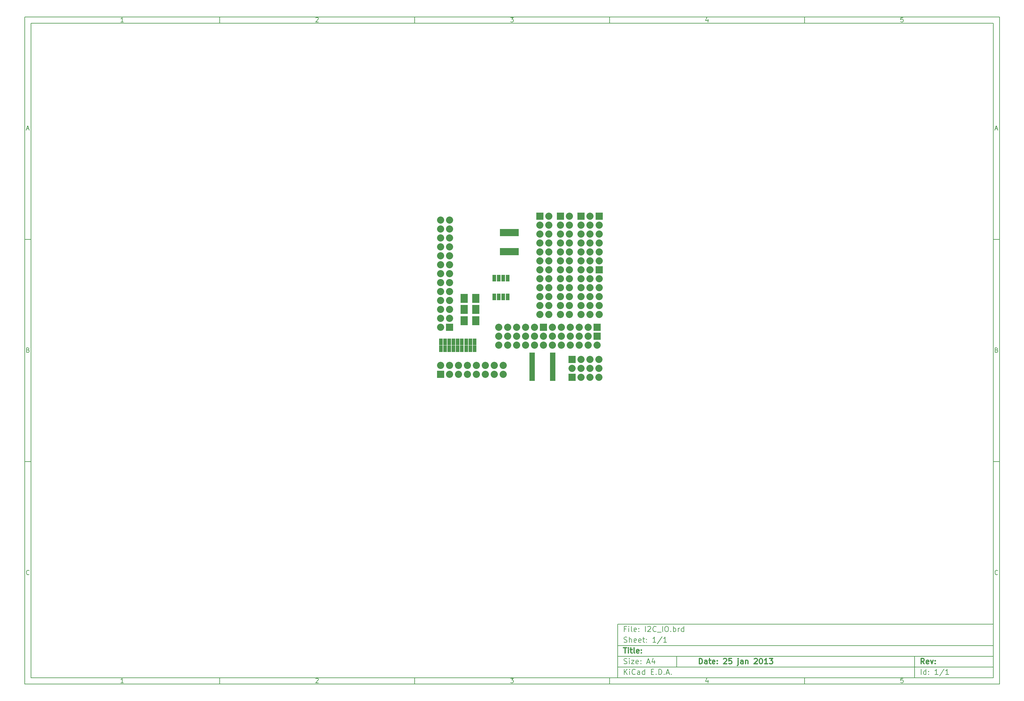
<source format=gts>
G04 (created by PCBNEW-RS274X (2012-apr-16-27)-stable) date Fri 25 Jan 2013 18:12:53 GMT*
G01*
G70*
G90*
%MOIN*%
G04 Gerber Fmt 3.4, Leading zero omitted, Abs format*
%FSLAX34Y34*%
G04 APERTURE LIST*
%ADD10C,0.006000*%
%ADD11C,0.012000*%
%ADD12R,0.080000X0.080000*%
%ADD13C,0.080000*%
%ADD14R,0.080000X0.100000*%
%ADD15R,0.043600X0.075100*%
%ADD16R,0.037700X0.079000*%
%ADD17R,0.059000X0.032000*%
G04 APERTURE END LIST*
G54D10*
X04000Y-04000D02*
X113000Y-04000D01*
X113000Y-78670D01*
X04000Y-78670D01*
X04000Y-04000D01*
X04700Y-04700D02*
X112300Y-04700D01*
X112300Y-77970D01*
X04700Y-77970D01*
X04700Y-04700D01*
X25800Y-04000D02*
X25800Y-04700D01*
X15043Y-04552D02*
X14757Y-04552D01*
X14900Y-04552D02*
X14900Y-04052D01*
X14852Y-04124D01*
X14805Y-04171D01*
X14757Y-04195D01*
X25800Y-78670D02*
X25800Y-77970D01*
X15043Y-78522D02*
X14757Y-78522D01*
X14900Y-78522D02*
X14900Y-78022D01*
X14852Y-78094D01*
X14805Y-78141D01*
X14757Y-78165D01*
X47600Y-04000D02*
X47600Y-04700D01*
X36557Y-04100D02*
X36581Y-04076D01*
X36629Y-04052D01*
X36748Y-04052D01*
X36795Y-04076D01*
X36819Y-04100D01*
X36843Y-04148D01*
X36843Y-04195D01*
X36819Y-04267D01*
X36533Y-04552D01*
X36843Y-04552D01*
X47600Y-78670D02*
X47600Y-77970D01*
X36557Y-78070D02*
X36581Y-78046D01*
X36629Y-78022D01*
X36748Y-78022D01*
X36795Y-78046D01*
X36819Y-78070D01*
X36843Y-78118D01*
X36843Y-78165D01*
X36819Y-78237D01*
X36533Y-78522D01*
X36843Y-78522D01*
X69400Y-04000D02*
X69400Y-04700D01*
X58333Y-04052D02*
X58643Y-04052D01*
X58476Y-04243D01*
X58548Y-04243D01*
X58595Y-04267D01*
X58619Y-04290D01*
X58643Y-04338D01*
X58643Y-04457D01*
X58619Y-04505D01*
X58595Y-04529D01*
X58548Y-04552D01*
X58405Y-04552D01*
X58357Y-04529D01*
X58333Y-04505D01*
X69400Y-78670D02*
X69400Y-77970D01*
X58333Y-78022D02*
X58643Y-78022D01*
X58476Y-78213D01*
X58548Y-78213D01*
X58595Y-78237D01*
X58619Y-78260D01*
X58643Y-78308D01*
X58643Y-78427D01*
X58619Y-78475D01*
X58595Y-78499D01*
X58548Y-78522D01*
X58405Y-78522D01*
X58357Y-78499D01*
X58333Y-78475D01*
X91200Y-04000D02*
X91200Y-04700D01*
X80395Y-04219D02*
X80395Y-04552D01*
X80276Y-04029D02*
X80157Y-04386D01*
X80467Y-04386D01*
X91200Y-78670D02*
X91200Y-77970D01*
X80395Y-78189D02*
X80395Y-78522D01*
X80276Y-77999D02*
X80157Y-78356D01*
X80467Y-78356D01*
X102219Y-04052D02*
X101981Y-04052D01*
X101957Y-04290D01*
X101981Y-04267D01*
X102029Y-04243D01*
X102148Y-04243D01*
X102195Y-04267D01*
X102219Y-04290D01*
X102243Y-04338D01*
X102243Y-04457D01*
X102219Y-04505D01*
X102195Y-04529D01*
X102148Y-04552D01*
X102029Y-04552D01*
X101981Y-04529D01*
X101957Y-04505D01*
X102219Y-78022D02*
X101981Y-78022D01*
X101957Y-78260D01*
X101981Y-78237D01*
X102029Y-78213D01*
X102148Y-78213D01*
X102195Y-78237D01*
X102219Y-78260D01*
X102243Y-78308D01*
X102243Y-78427D01*
X102219Y-78475D01*
X102195Y-78499D01*
X102148Y-78522D01*
X102029Y-78522D01*
X101981Y-78499D01*
X101957Y-78475D01*
X04000Y-28890D02*
X04700Y-28890D01*
X04231Y-16510D02*
X04469Y-16510D01*
X04184Y-16652D02*
X04350Y-16152D01*
X04517Y-16652D01*
X113000Y-28890D02*
X112300Y-28890D01*
X112531Y-16510D02*
X112769Y-16510D01*
X112484Y-16652D02*
X112650Y-16152D01*
X112817Y-16652D01*
X04000Y-53780D02*
X04700Y-53780D01*
X04386Y-41280D02*
X04457Y-41304D01*
X04481Y-41328D01*
X04505Y-41376D01*
X04505Y-41447D01*
X04481Y-41495D01*
X04457Y-41519D01*
X04410Y-41542D01*
X04219Y-41542D01*
X04219Y-41042D01*
X04386Y-41042D01*
X04433Y-41066D01*
X04457Y-41090D01*
X04481Y-41138D01*
X04481Y-41185D01*
X04457Y-41233D01*
X04433Y-41257D01*
X04386Y-41280D01*
X04219Y-41280D01*
X113000Y-53780D02*
X112300Y-53780D01*
X112686Y-41280D02*
X112757Y-41304D01*
X112781Y-41328D01*
X112805Y-41376D01*
X112805Y-41447D01*
X112781Y-41495D01*
X112757Y-41519D01*
X112710Y-41542D01*
X112519Y-41542D01*
X112519Y-41042D01*
X112686Y-41042D01*
X112733Y-41066D01*
X112757Y-41090D01*
X112781Y-41138D01*
X112781Y-41185D01*
X112757Y-41233D01*
X112733Y-41257D01*
X112686Y-41280D01*
X112519Y-41280D01*
X04505Y-66385D02*
X04481Y-66409D01*
X04410Y-66432D01*
X04362Y-66432D01*
X04290Y-66409D01*
X04243Y-66361D01*
X04219Y-66313D01*
X04195Y-66218D01*
X04195Y-66147D01*
X04219Y-66051D01*
X04243Y-66004D01*
X04290Y-65956D01*
X04362Y-65932D01*
X04410Y-65932D01*
X04481Y-65956D01*
X04505Y-65980D01*
X112805Y-66385D02*
X112781Y-66409D01*
X112710Y-66432D01*
X112662Y-66432D01*
X112590Y-66409D01*
X112543Y-66361D01*
X112519Y-66313D01*
X112495Y-66218D01*
X112495Y-66147D01*
X112519Y-66051D01*
X112543Y-66004D01*
X112590Y-65956D01*
X112662Y-65932D01*
X112710Y-65932D01*
X112781Y-65956D01*
X112805Y-65980D01*
G54D11*
X79443Y-76413D02*
X79443Y-75813D01*
X79586Y-75813D01*
X79671Y-75841D01*
X79729Y-75899D01*
X79757Y-75956D01*
X79786Y-76070D01*
X79786Y-76156D01*
X79757Y-76270D01*
X79729Y-76327D01*
X79671Y-76384D01*
X79586Y-76413D01*
X79443Y-76413D01*
X80300Y-76413D02*
X80300Y-76099D01*
X80271Y-76041D01*
X80214Y-76013D01*
X80100Y-76013D01*
X80043Y-76041D01*
X80300Y-76384D02*
X80243Y-76413D01*
X80100Y-76413D01*
X80043Y-76384D01*
X80014Y-76327D01*
X80014Y-76270D01*
X80043Y-76213D01*
X80100Y-76184D01*
X80243Y-76184D01*
X80300Y-76156D01*
X80500Y-76013D02*
X80729Y-76013D01*
X80586Y-75813D02*
X80586Y-76327D01*
X80614Y-76384D01*
X80672Y-76413D01*
X80729Y-76413D01*
X81157Y-76384D02*
X81100Y-76413D01*
X80986Y-76413D01*
X80929Y-76384D01*
X80900Y-76327D01*
X80900Y-76099D01*
X80929Y-76041D01*
X80986Y-76013D01*
X81100Y-76013D01*
X81157Y-76041D01*
X81186Y-76099D01*
X81186Y-76156D01*
X80900Y-76213D01*
X81443Y-76356D02*
X81471Y-76384D01*
X81443Y-76413D01*
X81414Y-76384D01*
X81443Y-76356D01*
X81443Y-76413D01*
X81443Y-76041D02*
X81471Y-76070D01*
X81443Y-76099D01*
X81414Y-76070D01*
X81443Y-76041D01*
X81443Y-76099D01*
X82157Y-75870D02*
X82186Y-75841D01*
X82243Y-75813D01*
X82386Y-75813D01*
X82443Y-75841D01*
X82472Y-75870D01*
X82500Y-75927D01*
X82500Y-75984D01*
X82472Y-76070D01*
X82129Y-76413D01*
X82500Y-76413D01*
X83043Y-75813D02*
X82757Y-75813D01*
X82728Y-76099D01*
X82757Y-76070D01*
X82814Y-76041D01*
X82957Y-76041D01*
X83014Y-76070D01*
X83043Y-76099D01*
X83071Y-76156D01*
X83071Y-76299D01*
X83043Y-76356D01*
X83014Y-76384D01*
X82957Y-76413D01*
X82814Y-76413D01*
X82757Y-76384D01*
X82728Y-76356D01*
X83785Y-76013D02*
X83785Y-76527D01*
X83756Y-76584D01*
X83699Y-76613D01*
X83671Y-76613D01*
X83785Y-75813D02*
X83756Y-75841D01*
X83785Y-75870D01*
X83813Y-75841D01*
X83785Y-75813D01*
X83785Y-75870D01*
X84328Y-76413D02*
X84328Y-76099D01*
X84299Y-76041D01*
X84242Y-76013D01*
X84128Y-76013D01*
X84071Y-76041D01*
X84328Y-76384D02*
X84271Y-76413D01*
X84128Y-76413D01*
X84071Y-76384D01*
X84042Y-76327D01*
X84042Y-76270D01*
X84071Y-76213D01*
X84128Y-76184D01*
X84271Y-76184D01*
X84328Y-76156D01*
X84614Y-76013D02*
X84614Y-76413D01*
X84614Y-76070D02*
X84642Y-76041D01*
X84700Y-76013D01*
X84785Y-76013D01*
X84842Y-76041D01*
X84871Y-76099D01*
X84871Y-76413D01*
X85585Y-75870D02*
X85614Y-75841D01*
X85671Y-75813D01*
X85814Y-75813D01*
X85871Y-75841D01*
X85900Y-75870D01*
X85928Y-75927D01*
X85928Y-75984D01*
X85900Y-76070D01*
X85557Y-76413D01*
X85928Y-76413D01*
X86299Y-75813D02*
X86356Y-75813D01*
X86413Y-75841D01*
X86442Y-75870D01*
X86471Y-75927D01*
X86499Y-76041D01*
X86499Y-76184D01*
X86471Y-76299D01*
X86442Y-76356D01*
X86413Y-76384D01*
X86356Y-76413D01*
X86299Y-76413D01*
X86242Y-76384D01*
X86213Y-76356D01*
X86185Y-76299D01*
X86156Y-76184D01*
X86156Y-76041D01*
X86185Y-75927D01*
X86213Y-75870D01*
X86242Y-75841D01*
X86299Y-75813D01*
X87070Y-76413D02*
X86727Y-76413D01*
X86899Y-76413D02*
X86899Y-75813D01*
X86842Y-75899D01*
X86784Y-75956D01*
X86727Y-75984D01*
X87270Y-75813D02*
X87641Y-75813D01*
X87441Y-76041D01*
X87527Y-76041D01*
X87584Y-76070D01*
X87613Y-76099D01*
X87641Y-76156D01*
X87641Y-76299D01*
X87613Y-76356D01*
X87584Y-76384D01*
X87527Y-76413D01*
X87355Y-76413D01*
X87298Y-76384D01*
X87270Y-76356D01*
G54D10*
X71043Y-77613D02*
X71043Y-77013D01*
X71386Y-77613D02*
X71129Y-77270D01*
X71386Y-77013D02*
X71043Y-77356D01*
X71643Y-77613D02*
X71643Y-77213D01*
X71643Y-77013D02*
X71614Y-77041D01*
X71643Y-77070D01*
X71671Y-77041D01*
X71643Y-77013D01*
X71643Y-77070D01*
X72272Y-77556D02*
X72243Y-77584D01*
X72157Y-77613D01*
X72100Y-77613D01*
X72015Y-77584D01*
X71957Y-77527D01*
X71929Y-77470D01*
X71900Y-77356D01*
X71900Y-77270D01*
X71929Y-77156D01*
X71957Y-77099D01*
X72015Y-77041D01*
X72100Y-77013D01*
X72157Y-77013D01*
X72243Y-77041D01*
X72272Y-77070D01*
X72786Y-77613D02*
X72786Y-77299D01*
X72757Y-77241D01*
X72700Y-77213D01*
X72586Y-77213D01*
X72529Y-77241D01*
X72786Y-77584D02*
X72729Y-77613D01*
X72586Y-77613D01*
X72529Y-77584D01*
X72500Y-77527D01*
X72500Y-77470D01*
X72529Y-77413D01*
X72586Y-77384D01*
X72729Y-77384D01*
X72786Y-77356D01*
X73329Y-77613D02*
X73329Y-77013D01*
X73329Y-77584D02*
X73272Y-77613D01*
X73158Y-77613D01*
X73100Y-77584D01*
X73072Y-77556D01*
X73043Y-77499D01*
X73043Y-77327D01*
X73072Y-77270D01*
X73100Y-77241D01*
X73158Y-77213D01*
X73272Y-77213D01*
X73329Y-77241D01*
X74072Y-77299D02*
X74272Y-77299D01*
X74358Y-77613D02*
X74072Y-77613D01*
X74072Y-77013D01*
X74358Y-77013D01*
X74615Y-77556D02*
X74643Y-77584D01*
X74615Y-77613D01*
X74586Y-77584D01*
X74615Y-77556D01*
X74615Y-77613D01*
X74901Y-77613D02*
X74901Y-77013D01*
X75044Y-77013D01*
X75129Y-77041D01*
X75187Y-77099D01*
X75215Y-77156D01*
X75244Y-77270D01*
X75244Y-77356D01*
X75215Y-77470D01*
X75187Y-77527D01*
X75129Y-77584D01*
X75044Y-77613D01*
X74901Y-77613D01*
X75501Y-77556D02*
X75529Y-77584D01*
X75501Y-77613D01*
X75472Y-77584D01*
X75501Y-77556D01*
X75501Y-77613D01*
X75758Y-77441D02*
X76044Y-77441D01*
X75701Y-77613D02*
X75901Y-77013D01*
X76101Y-77613D01*
X76301Y-77556D02*
X76329Y-77584D01*
X76301Y-77613D01*
X76272Y-77584D01*
X76301Y-77556D01*
X76301Y-77613D01*
G54D11*
X104586Y-76413D02*
X104386Y-76127D01*
X104243Y-76413D02*
X104243Y-75813D01*
X104471Y-75813D01*
X104529Y-75841D01*
X104557Y-75870D01*
X104586Y-75927D01*
X104586Y-76013D01*
X104557Y-76070D01*
X104529Y-76099D01*
X104471Y-76127D01*
X104243Y-76127D01*
X105071Y-76384D02*
X105014Y-76413D01*
X104900Y-76413D01*
X104843Y-76384D01*
X104814Y-76327D01*
X104814Y-76099D01*
X104843Y-76041D01*
X104900Y-76013D01*
X105014Y-76013D01*
X105071Y-76041D01*
X105100Y-76099D01*
X105100Y-76156D01*
X104814Y-76213D01*
X105300Y-76013D02*
X105443Y-76413D01*
X105585Y-76013D01*
X105814Y-76356D02*
X105842Y-76384D01*
X105814Y-76413D01*
X105785Y-76384D01*
X105814Y-76356D01*
X105814Y-76413D01*
X105814Y-76041D02*
X105842Y-76070D01*
X105814Y-76099D01*
X105785Y-76070D01*
X105814Y-76041D01*
X105814Y-76099D01*
G54D10*
X71014Y-76384D02*
X71100Y-76413D01*
X71243Y-76413D01*
X71300Y-76384D01*
X71329Y-76356D01*
X71357Y-76299D01*
X71357Y-76241D01*
X71329Y-76184D01*
X71300Y-76156D01*
X71243Y-76127D01*
X71129Y-76099D01*
X71071Y-76070D01*
X71043Y-76041D01*
X71014Y-75984D01*
X71014Y-75927D01*
X71043Y-75870D01*
X71071Y-75841D01*
X71129Y-75813D01*
X71271Y-75813D01*
X71357Y-75841D01*
X71614Y-76413D02*
X71614Y-76013D01*
X71614Y-75813D02*
X71585Y-75841D01*
X71614Y-75870D01*
X71642Y-75841D01*
X71614Y-75813D01*
X71614Y-75870D01*
X71843Y-76013D02*
X72157Y-76013D01*
X71843Y-76413D01*
X72157Y-76413D01*
X72614Y-76384D02*
X72557Y-76413D01*
X72443Y-76413D01*
X72386Y-76384D01*
X72357Y-76327D01*
X72357Y-76099D01*
X72386Y-76041D01*
X72443Y-76013D01*
X72557Y-76013D01*
X72614Y-76041D01*
X72643Y-76099D01*
X72643Y-76156D01*
X72357Y-76213D01*
X72900Y-76356D02*
X72928Y-76384D01*
X72900Y-76413D01*
X72871Y-76384D01*
X72900Y-76356D01*
X72900Y-76413D01*
X72900Y-76041D02*
X72928Y-76070D01*
X72900Y-76099D01*
X72871Y-76070D01*
X72900Y-76041D01*
X72900Y-76099D01*
X73614Y-76241D02*
X73900Y-76241D01*
X73557Y-76413D02*
X73757Y-75813D01*
X73957Y-76413D01*
X74414Y-76013D02*
X74414Y-76413D01*
X74271Y-75784D02*
X74128Y-76213D01*
X74500Y-76213D01*
X104243Y-77613D02*
X104243Y-77013D01*
X104786Y-77613D02*
X104786Y-77013D01*
X104786Y-77584D02*
X104729Y-77613D01*
X104615Y-77613D01*
X104557Y-77584D01*
X104529Y-77556D01*
X104500Y-77499D01*
X104500Y-77327D01*
X104529Y-77270D01*
X104557Y-77241D01*
X104615Y-77213D01*
X104729Y-77213D01*
X104786Y-77241D01*
X105072Y-77556D02*
X105100Y-77584D01*
X105072Y-77613D01*
X105043Y-77584D01*
X105072Y-77556D01*
X105072Y-77613D01*
X105072Y-77241D02*
X105100Y-77270D01*
X105072Y-77299D01*
X105043Y-77270D01*
X105072Y-77241D01*
X105072Y-77299D01*
X106129Y-77613D02*
X105786Y-77613D01*
X105958Y-77613D02*
X105958Y-77013D01*
X105901Y-77099D01*
X105843Y-77156D01*
X105786Y-77184D01*
X106814Y-76984D02*
X106300Y-77756D01*
X107329Y-77613D02*
X106986Y-77613D01*
X107158Y-77613D02*
X107158Y-77013D01*
X107101Y-77099D01*
X107043Y-77156D01*
X106986Y-77184D01*
G54D11*
X70957Y-74613D02*
X71300Y-74613D01*
X71129Y-75213D02*
X71129Y-74613D01*
X71500Y-75213D02*
X71500Y-74813D01*
X71500Y-74613D02*
X71471Y-74641D01*
X71500Y-74670D01*
X71528Y-74641D01*
X71500Y-74613D01*
X71500Y-74670D01*
X71700Y-74813D02*
X71929Y-74813D01*
X71786Y-74613D02*
X71786Y-75127D01*
X71814Y-75184D01*
X71872Y-75213D01*
X71929Y-75213D01*
X72215Y-75213D02*
X72157Y-75184D01*
X72129Y-75127D01*
X72129Y-74613D01*
X72671Y-75184D02*
X72614Y-75213D01*
X72500Y-75213D01*
X72443Y-75184D01*
X72414Y-75127D01*
X72414Y-74899D01*
X72443Y-74841D01*
X72500Y-74813D01*
X72614Y-74813D01*
X72671Y-74841D01*
X72700Y-74899D01*
X72700Y-74956D01*
X72414Y-75013D01*
X72957Y-75156D02*
X72985Y-75184D01*
X72957Y-75213D01*
X72928Y-75184D01*
X72957Y-75156D01*
X72957Y-75213D01*
X72957Y-74841D02*
X72985Y-74870D01*
X72957Y-74899D01*
X72928Y-74870D01*
X72957Y-74841D01*
X72957Y-74899D01*
G54D10*
X71243Y-72499D02*
X71043Y-72499D01*
X71043Y-72813D02*
X71043Y-72213D01*
X71329Y-72213D01*
X71557Y-72813D02*
X71557Y-72413D01*
X71557Y-72213D02*
X71528Y-72241D01*
X71557Y-72270D01*
X71585Y-72241D01*
X71557Y-72213D01*
X71557Y-72270D01*
X71929Y-72813D02*
X71871Y-72784D01*
X71843Y-72727D01*
X71843Y-72213D01*
X72385Y-72784D02*
X72328Y-72813D01*
X72214Y-72813D01*
X72157Y-72784D01*
X72128Y-72727D01*
X72128Y-72499D01*
X72157Y-72441D01*
X72214Y-72413D01*
X72328Y-72413D01*
X72385Y-72441D01*
X72414Y-72499D01*
X72414Y-72556D01*
X72128Y-72613D01*
X72671Y-72756D02*
X72699Y-72784D01*
X72671Y-72813D01*
X72642Y-72784D01*
X72671Y-72756D01*
X72671Y-72813D01*
X72671Y-72441D02*
X72699Y-72470D01*
X72671Y-72499D01*
X72642Y-72470D01*
X72671Y-72441D01*
X72671Y-72499D01*
X73414Y-72813D02*
X73414Y-72213D01*
X73671Y-72270D02*
X73700Y-72241D01*
X73757Y-72213D01*
X73900Y-72213D01*
X73957Y-72241D01*
X73986Y-72270D01*
X74014Y-72327D01*
X74014Y-72384D01*
X73986Y-72470D01*
X73643Y-72813D01*
X74014Y-72813D01*
X74614Y-72756D02*
X74585Y-72784D01*
X74499Y-72813D01*
X74442Y-72813D01*
X74357Y-72784D01*
X74299Y-72727D01*
X74271Y-72670D01*
X74242Y-72556D01*
X74242Y-72470D01*
X74271Y-72356D01*
X74299Y-72299D01*
X74357Y-72241D01*
X74442Y-72213D01*
X74499Y-72213D01*
X74585Y-72241D01*
X74614Y-72270D01*
X74728Y-72870D02*
X75185Y-72870D01*
X75328Y-72813D02*
X75328Y-72213D01*
X75728Y-72213D02*
X75842Y-72213D01*
X75900Y-72241D01*
X75957Y-72299D01*
X75985Y-72413D01*
X75985Y-72613D01*
X75957Y-72727D01*
X75900Y-72784D01*
X75842Y-72813D01*
X75728Y-72813D01*
X75671Y-72784D01*
X75614Y-72727D01*
X75585Y-72613D01*
X75585Y-72413D01*
X75614Y-72299D01*
X75671Y-72241D01*
X75728Y-72213D01*
X76243Y-72756D02*
X76271Y-72784D01*
X76243Y-72813D01*
X76214Y-72784D01*
X76243Y-72756D01*
X76243Y-72813D01*
X76529Y-72813D02*
X76529Y-72213D01*
X76529Y-72441D02*
X76586Y-72413D01*
X76700Y-72413D01*
X76757Y-72441D01*
X76786Y-72470D01*
X76815Y-72527D01*
X76815Y-72699D01*
X76786Y-72756D01*
X76757Y-72784D01*
X76700Y-72813D01*
X76586Y-72813D01*
X76529Y-72784D01*
X77072Y-72813D02*
X77072Y-72413D01*
X77072Y-72527D02*
X77100Y-72470D01*
X77129Y-72441D01*
X77186Y-72413D01*
X77243Y-72413D01*
X77700Y-72813D02*
X77700Y-72213D01*
X77700Y-72784D02*
X77643Y-72813D01*
X77529Y-72813D01*
X77471Y-72784D01*
X77443Y-72756D01*
X77414Y-72699D01*
X77414Y-72527D01*
X77443Y-72470D01*
X77471Y-72441D01*
X77529Y-72413D01*
X77643Y-72413D01*
X77700Y-72441D01*
X71014Y-73984D02*
X71100Y-74013D01*
X71243Y-74013D01*
X71300Y-73984D01*
X71329Y-73956D01*
X71357Y-73899D01*
X71357Y-73841D01*
X71329Y-73784D01*
X71300Y-73756D01*
X71243Y-73727D01*
X71129Y-73699D01*
X71071Y-73670D01*
X71043Y-73641D01*
X71014Y-73584D01*
X71014Y-73527D01*
X71043Y-73470D01*
X71071Y-73441D01*
X71129Y-73413D01*
X71271Y-73413D01*
X71357Y-73441D01*
X71614Y-74013D02*
X71614Y-73413D01*
X71871Y-74013D02*
X71871Y-73699D01*
X71842Y-73641D01*
X71785Y-73613D01*
X71700Y-73613D01*
X71642Y-73641D01*
X71614Y-73670D01*
X72385Y-73984D02*
X72328Y-74013D01*
X72214Y-74013D01*
X72157Y-73984D01*
X72128Y-73927D01*
X72128Y-73699D01*
X72157Y-73641D01*
X72214Y-73613D01*
X72328Y-73613D01*
X72385Y-73641D01*
X72414Y-73699D01*
X72414Y-73756D01*
X72128Y-73813D01*
X72899Y-73984D02*
X72842Y-74013D01*
X72728Y-74013D01*
X72671Y-73984D01*
X72642Y-73927D01*
X72642Y-73699D01*
X72671Y-73641D01*
X72728Y-73613D01*
X72842Y-73613D01*
X72899Y-73641D01*
X72928Y-73699D01*
X72928Y-73756D01*
X72642Y-73813D01*
X73099Y-73613D02*
X73328Y-73613D01*
X73185Y-73413D02*
X73185Y-73927D01*
X73213Y-73984D01*
X73271Y-74013D01*
X73328Y-74013D01*
X73528Y-73956D02*
X73556Y-73984D01*
X73528Y-74013D01*
X73499Y-73984D01*
X73528Y-73956D01*
X73528Y-74013D01*
X73528Y-73641D02*
X73556Y-73670D01*
X73528Y-73699D01*
X73499Y-73670D01*
X73528Y-73641D01*
X73528Y-73699D01*
X74585Y-74013D02*
X74242Y-74013D01*
X74414Y-74013D02*
X74414Y-73413D01*
X74357Y-73499D01*
X74299Y-73556D01*
X74242Y-73584D01*
X75270Y-73384D02*
X74756Y-74156D01*
X75785Y-74013D02*
X75442Y-74013D01*
X75614Y-74013D02*
X75614Y-73413D01*
X75557Y-73499D01*
X75499Y-73556D01*
X75442Y-73584D01*
X70300Y-71970D02*
X70300Y-77970D01*
X70300Y-71970D02*
X112300Y-71970D01*
X70300Y-71970D02*
X112300Y-71970D01*
X70300Y-74370D02*
X112300Y-74370D01*
X103500Y-75570D02*
X103500Y-77970D01*
X70300Y-76770D02*
X112300Y-76770D01*
X70300Y-75570D02*
X112300Y-75570D01*
X76900Y-75570D02*
X76900Y-76770D01*
G54D12*
X50500Y-44000D03*
G54D13*
X50500Y-43000D03*
X51500Y-44000D03*
X51500Y-43000D03*
X52500Y-44000D03*
X52500Y-43000D03*
X53500Y-44000D03*
X53500Y-43000D03*
X54500Y-44000D03*
X54500Y-43000D03*
X55500Y-44000D03*
X55500Y-43000D03*
X56500Y-44000D03*
X56500Y-43000D03*
X57500Y-44000D03*
X57500Y-43000D03*
G54D14*
X54450Y-35500D03*
X53150Y-35500D03*
X54450Y-38000D03*
X53150Y-38000D03*
X54450Y-36750D03*
X53150Y-36750D03*
G54D12*
X51500Y-38750D03*
G54D13*
X50500Y-38750D03*
X51500Y-37750D03*
X50500Y-37750D03*
X51500Y-36750D03*
X50500Y-36750D03*
X51500Y-35750D03*
X50500Y-35750D03*
X51500Y-34750D03*
X50500Y-34750D03*
X51500Y-33750D03*
X50500Y-33750D03*
X51500Y-32750D03*
X50500Y-32750D03*
X51500Y-31750D03*
X50500Y-31750D03*
X51500Y-30750D03*
X50500Y-30750D03*
X51500Y-29750D03*
X50500Y-29750D03*
X51500Y-28750D03*
X50500Y-28750D03*
X51500Y-27750D03*
X50500Y-27750D03*
X51500Y-26750D03*
X50500Y-26750D03*
G54D15*
X56500Y-33250D03*
X56500Y-35350D03*
X57000Y-33250D03*
X57500Y-33250D03*
X58000Y-33250D03*
X57000Y-35350D03*
X57500Y-35350D03*
X58000Y-35350D03*
X53838Y-40356D03*
X53838Y-41144D03*
X52892Y-40356D03*
X52892Y-41144D03*
X52419Y-40356D03*
X53364Y-41144D03*
X53364Y-40356D03*
X54310Y-41144D03*
X52419Y-41144D03*
X54310Y-40356D03*
X51947Y-40356D03*
X50530Y-41144D03*
X51947Y-41144D03*
X51474Y-40356D03*
X51474Y-41144D03*
X50530Y-40356D03*
X51002Y-41144D03*
X51002Y-40356D03*
G54D12*
X65200Y-42350D03*
G54D13*
X66200Y-42350D03*
X67200Y-42350D03*
X68200Y-42350D03*
G54D12*
X68000Y-39750D03*
G54D13*
X68000Y-40750D03*
X67000Y-39750D03*
X67000Y-40750D03*
X66000Y-39750D03*
X66000Y-40750D03*
X65000Y-39750D03*
X65000Y-40750D03*
X64000Y-39750D03*
X64000Y-40750D03*
X63000Y-39750D03*
X63000Y-40750D03*
X62000Y-39750D03*
X62000Y-40750D03*
X61000Y-39750D03*
X61000Y-40750D03*
X60000Y-39750D03*
X60000Y-40750D03*
X59000Y-39750D03*
X59000Y-40750D03*
X58000Y-39750D03*
X58000Y-40750D03*
X57000Y-39750D03*
X57000Y-40750D03*
G54D12*
X61600Y-26300D03*
G54D13*
X62600Y-26300D03*
X61600Y-27300D03*
X62600Y-27300D03*
X61600Y-28300D03*
X62600Y-28300D03*
X61600Y-29300D03*
X62600Y-29300D03*
X61600Y-30300D03*
X62600Y-30300D03*
X61600Y-31300D03*
X62600Y-31300D03*
X61600Y-32300D03*
X62600Y-32300D03*
X61600Y-33300D03*
X62600Y-33300D03*
X61600Y-34300D03*
X62600Y-34300D03*
X61600Y-35300D03*
X62600Y-35300D03*
X61600Y-36300D03*
X62600Y-36300D03*
X61600Y-37300D03*
X62600Y-37300D03*
G54D12*
X63900Y-26300D03*
G54D13*
X64900Y-26300D03*
X63900Y-27300D03*
X64900Y-27300D03*
X63900Y-28300D03*
X64900Y-28300D03*
X63900Y-29300D03*
X64900Y-29300D03*
X63900Y-30300D03*
X64900Y-30300D03*
X63900Y-31300D03*
X64900Y-31300D03*
X63900Y-32300D03*
X64900Y-32300D03*
X63900Y-33300D03*
X64900Y-33300D03*
X63900Y-34300D03*
X64900Y-34300D03*
X63900Y-35300D03*
X64900Y-35300D03*
X63900Y-36300D03*
X64900Y-36300D03*
X63900Y-37300D03*
X64900Y-37300D03*
G54D12*
X66200Y-26300D03*
G54D13*
X67200Y-26300D03*
X66200Y-27300D03*
X67200Y-27300D03*
X66200Y-28300D03*
X67200Y-28300D03*
X66200Y-29300D03*
X67200Y-29300D03*
X66200Y-30300D03*
X67200Y-30300D03*
X66200Y-31300D03*
X67200Y-31300D03*
X66200Y-32300D03*
X67200Y-32300D03*
X66200Y-33300D03*
X67200Y-33300D03*
X66200Y-34300D03*
X67200Y-34300D03*
X66200Y-35300D03*
X67200Y-35300D03*
X66200Y-36300D03*
X67200Y-36300D03*
X66200Y-37300D03*
X67200Y-37300D03*
G54D16*
X57325Y-30259D03*
X57575Y-30259D03*
X57825Y-30259D03*
X58075Y-30259D03*
X58325Y-30259D03*
X58575Y-30259D03*
X58825Y-30259D03*
X59075Y-30259D03*
X59075Y-28141D03*
X58825Y-28141D03*
X58575Y-28141D03*
X58325Y-28141D03*
X58075Y-28141D03*
X57825Y-28141D03*
X57575Y-28141D03*
X57325Y-28141D03*
G54D17*
X63048Y-44557D03*
X63048Y-44301D03*
X63048Y-44045D03*
X63048Y-43789D03*
X63048Y-43533D03*
X63048Y-43277D03*
X63048Y-43023D03*
X63048Y-42767D03*
X63048Y-42511D03*
X63048Y-42255D03*
X63048Y-41999D03*
X63048Y-41743D03*
X60752Y-41743D03*
X60752Y-41999D03*
X60752Y-42255D03*
X60752Y-42511D03*
X60752Y-42767D03*
X60752Y-43023D03*
X60752Y-43277D03*
X60752Y-43533D03*
X60752Y-43789D03*
X60752Y-44045D03*
X60752Y-44301D03*
X60752Y-44557D03*
G54D12*
X68000Y-38750D03*
G54D13*
X67000Y-38750D03*
X66000Y-38750D03*
X65000Y-38750D03*
X64000Y-38750D03*
X63000Y-38750D03*
G54D12*
X68250Y-32300D03*
G54D13*
X68250Y-33300D03*
X68250Y-34300D03*
X68250Y-35300D03*
X68250Y-36300D03*
X68250Y-37300D03*
G54D12*
X65200Y-44350D03*
G54D13*
X65200Y-43350D03*
X66200Y-44350D03*
X66200Y-43350D03*
X67200Y-44350D03*
X67200Y-43350D03*
X68200Y-44350D03*
X68200Y-43350D03*
G54D12*
X62000Y-38750D03*
G54D13*
X61000Y-38750D03*
X60000Y-38750D03*
X59000Y-38750D03*
X58000Y-38750D03*
X57000Y-38750D03*
G54D12*
X68250Y-26300D03*
G54D13*
X68250Y-27300D03*
X68250Y-28300D03*
X68250Y-29300D03*
X68250Y-30300D03*
X68250Y-31300D03*
M02*

</source>
